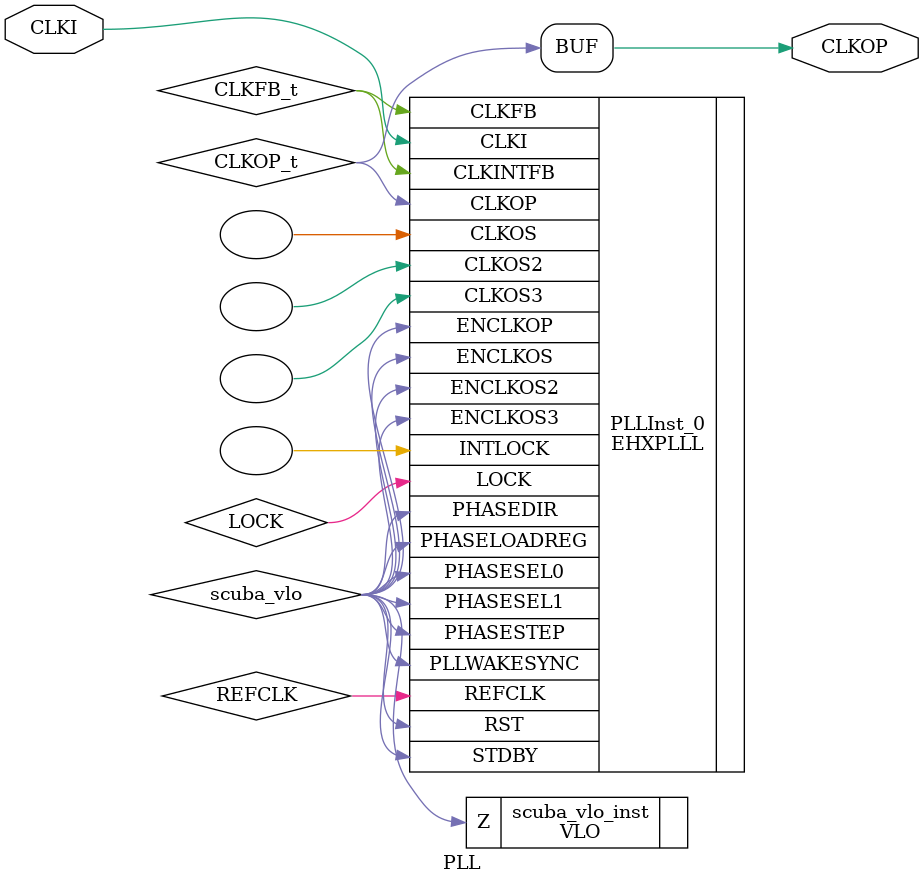
<source format=v>
/* Verilog netlist generated by SCUBA Diamond (64-bit) 3.13.0.56.2 */
/* Module Version: 5.7 */
/* /home/user/FPGA/tools/diamond/usr/local/diamond/3.13/ispfpga/bin/lin64/scuba -w -n PLL -lang verilog -synth lse -bus_exp 7 -bb -arch sa5p00 -type pll -fin 25.00 -fclkop 80.00 -fclkop_tol 5.0 -phase_cntl STATIC -fb_mode 5 -fdc /home/user/SDR-HLS/1.RTLImplementation/4.lattice/Version0/IP/PLL/PLL.fdc  */
/* Mon Aug 26 01:04:54 2024 */


`timescale 1 ns / 1 ps
module PLL (CLKI, CLKOP)/* synthesis NGD_DRC_MASK=1 */;
    input wire CLKI;
    output wire CLKOP;

    wire REFCLK;
    wire LOCK;
    wire CLKOP_t;
    wire CLKFB_t;
    wire scuba_vhi;
    wire scuba_vlo;

    VHI scuba_vhi_inst (.Z(scuba_vhi));

    VLO scuba_vlo_inst (.Z(scuba_vlo));

    defparam PLLInst_0.PLLRST_ENA = "DISABLED" ;
    defparam PLLInst_0.INTFB_WAKE = "DISABLED" ;
    defparam PLLInst_0.STDBY_ENABLE = "DISABLED" ;
    defparam PLLInst_0.DPHASE_SOURCE = "DISABLED" ;
    defparam PLLInst_0.CLKOS3_FPHASE = 0 ;
    defparam PLLInst_0.CLKOS3_CPHASE = 0 ;
    defparam PLLInst_0.CLKOS2_FPHASE = 0 ;
    defparam PLLInst_0.CLKOS2_CPHASE = 0 ;
    defparam PLLInst_0.CLKOS_FPHASE = 0 ;
    defparam PLLInst_0.CLKOS_CPHASE = 0 ;
    defparam PLLInst_0.CLKOP_FPHASE = 0 ;
    defparam PLLInst_0.CLKOP_CPHASE = 6 ;
    defparam PLLInst_0.PLL_LOCK_MODE = 0 ;
    defparam PLLInst_0.CLKOS_TRIM_DELAY = 0 ;
    defparam PLLInst_0.CLKOS_TRIM_POL = "FALLING" ;
    defparam PLLInst_0.CLKOP_TRIM_DELAY = 0 ;
    defparam PLLInst_0.CLKOP_TRIM_POL = "FALLING" ;
    defparam PLLInst_0.OUTDIVIDER_MUXD = "DIVD" ;
    defparam PLLInst_0.CLKOS3_ENABLE = "DISABLED" ;
    defparam PLLInst_0.OUTDIVIDER_MUXC = "DIVC" ;
    defparam PLLInst_0.CLKOS2_ENABLE = "DISABLED" ;
    defparam PLLInst_0.OUTDIVIDER_MUXB = "DIVB" ;
    defparam PLLInst_0.CLKOS_ENABLE = "DISABLED" ;
    defparam PLLInst_0.OUTDIVIDER_MUXA = "DIVA" ;
    defparam PLLInst_0.CLKOP_ENABLE = "ENABLED" ;
    defparam PLLInst_0.CLKOS3_DIV = 1 ;
    defparam PLLInst_0.CLKOS2_DIV = 1 ;
    defparam PLLInst_0.CLKOS_DIV = 1 ;
    defparam PLLInst_0.CLKOP_DIV = 7 ;
    defparam PLLInst_0.CLKFB_DIV = 10 ;
    defparam PLLInst_0.CLKI_DIV = 3 ;
    defparam PLLInst_0.FEEDBK_PATH = "INT_OP" ;
    EHXPLLL PLLInst_0 (.CLKI(CLKI), .CLKFB(CLKFB_t), .PHASESEL1(scuba_vlo), 
        .PHASESEL0(scuba_vlo), .PHASEDIR(scuba_vlo), .PHASESTEP(scuba_vlo), 
        .PHASELOADREG(scuba_vlo), .STDBY(scuba_vlo), .PLLWAKESYNC(scuba_vlo), 
        .RST(scuba_vlo), .ENCLKOP(scuba_vlo), .ENCLKOS(scuba_vlo), .ENCLKOS2(scuba_vlo), 
        .ENCLKOS3(scuba_vlo), .CLKOP(CLKOP_t), .CLKOS(), .CLKOS2(), .CLKOS3(), 
        .LOCK(LOCK), .INTLOCK(), .REFCLK(REFCLK), .CLKINTFB(CLKFB_t))
             /* synthesis FREQUENCY_PIN_CLKOP="83.333333" */
             /* synthesis FREQUENCY_PIN_CLKI="25.000000" */
             /* synthesis ICP_CURRENT="5" */
             /* synthesis LPF_RESISTOR="16" */;

    assign CLKOP = CLKOP_t;


    // exemplar begin
    // exemplar attribute PLLInst_0 FREQUENCY_PIN_CLKOP 83.333333
    // exemplar attribute PLLInst_0 FREQUENCY_PIN_CLKI 25.000000
    // exemplar attribute PLLInst_0 ICP_CURRENT 5
    // exemplar attribute PLLInst_0 LPF_RESISTOR 16
    // exemplar end

endmodule

</source>
